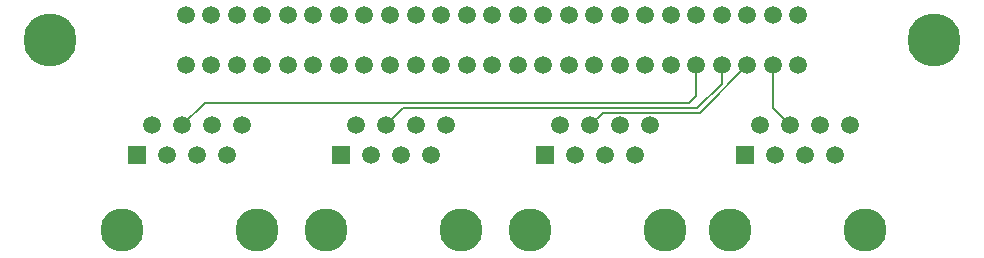
<source format=gtl>
%TF.GenerationSoftware,KiCad,Pcbnew,(6.0.11)*%
%TF.CreationDate,2024-01-05T21:55:00+00:00*%
%TF.ProjectId,RJ21_RJ45_4_LINE,524a3231-5f52-44a3-9435-5f345f4c494e,rev?*%
%TF.SameCoordinates,Original*%
%TF.FileFunction,Copper,L1,Top*%
%TF.FilePolarity,Positive*%
%FSLAX46Y46*%
G04 Gerber Fmt 4.6, Leading zero omitted, Abs format (unit mm)*
G04 Created by KiCad (PCBNEW (6.0.11)) date 2024-01-05 21:55:00*
%MOMM*%
%LPD*%
G01*
G04 APERTURE LIST*
%TA.AperFunction,WasherPad*%
%ADD10C,3.650000*%
%TD*%
%TA.AperFunction,ComponentPad*%
%ADD11R,1.500000X1.500000*%
%TD*%
%TA.AperFunction,ComponentPad*%
%ADD12C,1.500000*%
%TD*%
%TA.AperFunction,ComponentPad*%
%ADD13C,4.500000*%
%TD*%
%TA.AperFunction,Conductor*%
%ADD14C,0.200000*%
%TD*%
G04 APERTURE END LIST*
D10*
%TO.P,J3,*%
%TO.N,*%
X146160749Y-66450000D03*
X134730749Y-66450000D03*
D11*
%TO.P,J3,1*%
%TO.N,unconnected-(J3-Pad1)*%
X136000749Y-60100000D03*
D12*
%TO.P,J3,2*%
%TO.N,unconnected-(J3-Pad2)*%
X137270749Y-57560000D03*
%TO.P,J3,3*%
%TO.N,unconnected-(J3-Pad3)*%
X138540749Y-60100000D03*
%TO.P,J3,4*%
%TO.N,/L4-*%
X139810749Y-57560000D03*
%TO.P,J3,5*%
%TO.N,/L4+*%
X141080749Y-60100000D03*
%TO.P,J3,6*%
%TO.N,unconnected-(J3-Pad6)*%
X142350749Y-57560000D03*
%TO.P,J3,7*%
%TO.N,unconnected-(J3-Pad7)*%
X143620749Y-60100000D03*
%TO.P,J3,8*%
%TO.N,unconnected-(J3-Pad8)*%
X144890749Y-57560000D03*
%TD*%
D10*
%TO.P,J1,*%
%TO.N,*%
X168882417Y-66450000D03*
X180312417Y-66450000D03*
D11*
%TO.P,J1,1*%
%TO.N,unconnected-(J1-Pad1)*%
X170152417Y-60100000D03*
D12*
%TO.P,J1,2*%
%TO.N,unconnected-(J1-Pad2)*%
X171422417Y-57560000D03*
%TO.P,J1,3*%
%TO.N,unconnected-(J1-Pad3)*%
X172692417Y-60100000D03*
%TO.P,J1,4*%
%TO.N,/L2-*%
X173962417Y-57560000D03*
%TO.P,J1,5*%
%TO.N,/L2+*%
X175232417Y-60100000D03*
%TO.P,J1,6*%
%TO.N,unconnected-(J1-Pad6)*%
X176502417Y-57560000D03*
%TO.P,J1,7*%
%TO.N,unconnected-(J1-Pad7)*%
X177772417Y-60100000D03*
%TO.P,J1,8*%
%TO.N,unconnected-(J1-Pad8)*%
X179042417Y-57560000D03*
%TD*%
D10*
%TO.P,J2,*%
%TO.N,*%
X152004917Y-66450000D03*
X163434917Y-66450000D03*
D11*
%TO.P,J2,1*%
%TO.N,unconnected-(J2-Pad1)*%
X153274917Y-60100000D03*
D12*
%TO.P,J2,2*%
%TO.N,unconnected-(J2-Pad2)*%
X154544917Y-57560000D03*
%TO.P,J2,3*%
%TO.N,unconnected-(J2-Pad3)*%
X155814917Y-60100000D03*
%TO.P,J2,4*%
%TO.N,/L3-*%
X157084917Y-57560000D03*
%TO.P,J2,5*%
%TO.N,/L3+*%
X158354917Y-60100000D03*
%TO.P,J2,6*%
%TO.N,unconnected-(J2-Pad6)*%
X159624917Y-57560000D03*
%TO.P,J2,7*%
%TO.N,unconnected-(J2-Pad7)*%
X160894917Y-60100000D03*
%TO.P,J2,8*%
%TO.N,unconnected-(J2-Pad8)*%
X162164917Y-57560000D03*
%TD*%
D10*
%TO.P,J4,*%
%TO.N,*%
X117456583Y-66450000D03*
X128886583Y-66450000D03*
D11*
%TO.P,J4,1*%
%TO.N,unconnected-(J4-Pad1)*%
X118726583Y-60100000D03*
D12*
%TO.P,J4,2*%
%TO.N,unconnected-(J4-Pad2)*%
X119996583Y-57560000D03*
%TO.P,J4,3*%
%TO.N,unconnected-(J4-Pad3)*%
X121266583Y-60100000D03*
%TO.P,J4,4*%
%TO.N,/L5-*%
X122536583Y-57560000D03*
%TO.P,J4,5*%
%TO.N,/L5+*%
X123806583Y-60100000D03*
%TO.P,J4,6*%
%TO.N,unconnected-(J4-Pad6)*%
X125076583Y-57560000D03*
%TO.P,J4,7*%
%TO.N,unconnected-(J4-Pad7)*%
X126346583Y-60100000D03*
%TO.P,J4,8*%
%TO.N,unconnected-(J4-Pad8)*%
X127616583Y-57560000D03*
%TD*%
D13*
%TO.P,J7,*%
%TO.N,*%
X186189797Y-50333602D03*
X111339797Y-50333602D03*
D12*
%TO.P,J7,1,Pin_1*%
%TO.N,unconnected-(J7-Pad1)*%
X174684839Y-52478607D03*
%TO.P,J7,2,Pin_2*%
%TO.N,/L2-*%
X172524835Y-52478607D03*
%TO.P,J7,3,Pin_3*%
%TO.N,/L3-*%
X170364832Y-52478607D03*
%TO.P,J7,4,Pin_4*%
%TO.N,/L4-*%
X168204836Y-52478607D03*
%TO.P,J7,5,Pin_5*%
%TO.N,/L5-*%
X166044832Y-52478607D03*
%TO.P,J7,6,Pin_6*%
%TO.N,unconnected-(J7-Pad6)*%
X163884828Y-52478607D03*
%TO.P,J7,7,Pin_7*%
%TO.N,unconnected-(J7-Pad7)*%
X161724825Y-52478607D03*
%TO.P,J7,8,Pin_8*%
%TO.N,unconnected-(J7-Pad8)*%
X159564821Y-52478607D03*
%TO.P,J7,9,Pin_9*%
%TO.N,unconnected-(J7-Pad9)*%
X157404829Y-52478607D03*
%TO.P,J7,10,Pin_10*%
%TO.N,unconnected-(J7-Pad10)*%
X155244818Y-52478607D03*
%TO.P,J7,11,Pin_11*%
%TO.N,unconnected-(J7-Pad11)*%
X153084822Y-52478607D03*
%TO.P,J7,12,Pin_12*%
%TO.N,unconnected-(J7-Pad12)*%
X150924803Y-52478607D03*
%TO.P,J7,13,Pin_13*%
%TO.N,unconnected-(J7-Pad13)*%
X148764799Y-52478607D03*
%TO.P,J7,14,Pin_14*%
%TO.N,unconnected-(J7-Pad14)*%
X146604795Y-52478607D03*
%TO.P,J7,15,Pin_15*%
%TO.N,unconnected-(J7-Pad15)*%
X144444792Y-52478607D03*
%TO.P,J7,16,Pin_16*%
%TO.N,unconnected-(J7-Pad16)*%
X142284788Y-52478607D03*
%TO.P,J7,17,Pin_17*%
%TO.N,unconnected-(J7-Pad17)*%
X140124784Y-52478607D03*
%TO.P,J7,18,Pin_18*%
%TO.N,unconnected-(J7-Pad18)*%
X137964781Y-52478607D03*
%TO.P,J7,19,Pin_19*%
%TO.N,unconnected-(J7-Pad19)*%
X135804777Y-52478607D03*
%TO.P,J7,20,Pin_20*%
%TO.N,unconnected-(J7-Pad20)*%
X133644773Y-52478607D03*
%TO.P,J7,21,Pin_21*%
%TO.N,unconnected-(J7-Pad21)*%
X131484766Y-52478607D03*
%TO.P,J7,22,Pin_22*%
%TO.N,unconnected-(J7-Pad22)*%
X129324762Y-52478607D03*
%TO.P,J7,23,Pin_23*%
%TO.N,unconnected-(J7-Pad23)*%
X127164758Y-52478607D03*
%TO.P,J7,24,Pin_24*%
%TO.N,unconnected-(J7-Pad24)*%
X125004755Y-52478607D03*
%TO.P,J7,25,Pin_25*%
%TO.N,unconnected-(J7-Pad25)*%
X122844751Y-52478607D03*
%TO.P,J7,26,Pin_26*%
%TO.N,unconnected-(J7-Pad26)*%
X174684839Y-48188606D03*
%TO.P,J7,27,Pin_27*%
%TO.N,/L2+*%
X172524835Y-48188606D03*
%TO.P,J7,28,Pin_28*%
%TO.N,/L3+*%
X170364832Y-48188606D03*
%TO.P,J7,29,Pin_29*%
%TO.N,/L4+*%
X168204836Y-48188606D03*
%TO.P,J7,30,Pin_30*%
%TO.N,/L5+*%
X166044832Y-48188606D03*
%TO.P,J7,31,Pin_31*%
%TO.N,unconnected-(J7-Pad31)*%
X163884828Y-48188606D03*
%TO.P,J7,32,Pin_32*%
%TO.N,unconnected-(J7-Pad32)*%
X161724825Y-48188606D03*
%TO.P,J7,33,Pin_33*%
%TO.N,unconnected-(J7-Pad33)*%
X159564821Y-48188606D03*
%TO.P,J7,34,Pin_34*%
%TO.N,unconnected-(J7-Pad34)*%
X157404829Y-48188606D03*
%TO.P,J7,35,Pin_35*%
%TO.N,unconnected-(J7-Pad35)*%
X155244818Y-48188606D03*
%TO.P,J7,36,Pin_36*%
%TO.N,unconnected-(J7-Pad36)*%
X153084822Y-48188606D03*
%TO.P,J7,37,Pin_37*%
%TO.N,unconnected-(J7-Pad37)*%
X150924803Y-48188606D03*
%TO.P,J7,38,Pin_38*%
%TO.N,unconnected-(J7-Pad38)*%
X148764799Y-48188606D03*
%TO.P,J7,39,Pin_39*%
%TO.N,unconnected-(J7-Pad39)*%
X146604795Y-48188606D03*
%TO.P,J7,40,Pin_40*%
%TO.N,unconnected-(J7-Pad40)*%
X144444792Y-48188606D03*
%TO.P,J7,41,Pin_41*%
%TO.N,unconnected-(J7-Pad41)*%
X142284788Y-48188606D03*
%TO.P,J7,42,Pin_42*%
%TO.N,unconnected-(J7-Pad42)*%
X140124784Y-48188606D03*
%TO.P,J7,43,Pin_43*%
%TO.N,unconnected-(J7-Pad43)*%
X137964781Y-48188606D03*
%TO.P,J7,44,Pin_44*%
%TO.N,unconnected-(J7-Pad44)*%
X135804777Y-48188606D03*
%TO.P,J7,45,Pin_45*%
%TO.N,unconnected-(J7-Pad45)*%
X133644773Y-48188606D03*
%TO.P,J7,46,Pin_46*%
%TO.N,unconnected-(J7-Pad46)*%
X131484766Y-48188606D03*
%TO.P,J7,47,Pin_47*%
%TO.N,unconnected-(J7-Pad47)*%
X129324762Y-48188606D03*
%TO.P,J7,48,Pin_48*%
%TO.N,unconnected-(J7-Pad48)*%
X127164758Y-48188606D03*
%TO.P,J7,49,Pin_49*%
%TO.N,unconnected-(J7-Pad49)*%
X125004755Y-48188606D03*
%TO.P,J7,50,Pin_50*%
%TO.N,unconnected-(J7-Pad50)*%
X122844751Y-48188606D03*
%TD*%
D14*
%TO.N,/L2-*%
X172524835Y-52478607D02*
X172524835Y-56122418D01*
X172524835Y-56122418D02*
X173962417Y-57560000D01*
%TO.N,/L3-*%
X166333439Y-56510000D02*
X158134917Y-56510000D01*
X170364832Y-52478607D02*
X166333439Y-56510000D01*
X158134917Y-56510000D02*
X157084917Y-57560000D01*
%TO.N,/L4-*%
X168204836Y-54035164D02*
X166130000Y-56110000D01*
X168204836Y-52478607D02*
X168204836Y-54035164D01*
X166130000Y-56110000D02*
X141260749Y-56110000D01*
X141260749Y-56110000D02*
X139810749Y-57560000D01*
%TO.N,/L5-*%
X124426583Y-55670000D02*
X122536583Y-57560000D01*
X166044832Y-55085168D02*
X165460000Y-55670000D01*
X166044832Y-52478607D02*
X166044832Y-55085168D01*
X165460000Y-55670000D02*
X124426583Y-55670000D01*
%TD*%
M02*

</source>
